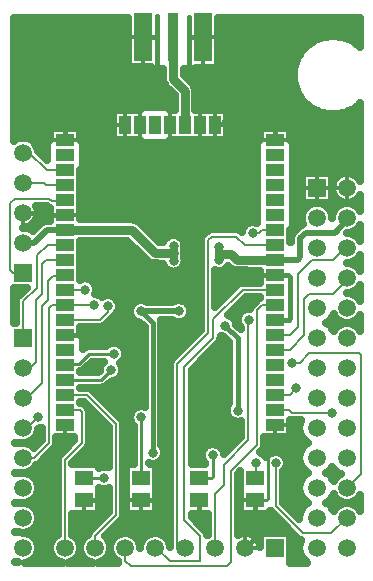
<source format=gbr>
G04 DipTrace 3.0.0.1*
G04 Top.gbr*
%MOIN*%
G04 #@! TF.FileFunction,Copper,L1,Top*
G04 #@! TF.Part,Single*
G04 #@! TA.AperFunction,Conductor*
%ADD10C,0.01*%
%ADD14C,0.007*%
%ADD15C,0.015*%
%ADD17C,0.029528*%
%ADD18C,0.02*%
G04 #@! TA.AperFunction,CopperBalancing*
%ADD19C,0.025*%
G04 #@! TA.AperFunction,Conductor*
%ADD20C,0.03*%
G04 #@! TA.AperFunction,CopperBalancing*
%ADD21C,0.012992*%
%ADD22R,0.059843X0.159843*%
%ADD23R,0.033465X0.159843*%
%ADD25R,0.059055X0.051181*%
G04 #@! TA.AperFunction,ComponentPad*
%ADD26R,0.059055X0.059055*%
%ADD27C,0.059055*%
%ADD30R,0.06X0.039764*%
%ADD31R,0.039764X0.06*%
G04 #@! TA.AperFunction,ViaPad*
%ADD32C,0.031496*%
%FSLAX26Y26*%
G04*
G70*
G90*
G75*
G01*
G04 Top*
%LPD*%
X1354725Y1091732D2*
D14*
X1379528D1*
X1411811Y1124016D1*
X1578347D1*
X1584646Y1117717D1*
Y723221D1*
X1537126Y675701D1*
X1300000Y759055D2*
Y615355D1*
X1391732Y523622D1*
X1485047D1*
X1537126Y575701D1*
X1231890Y634646D2*
D15*
Y510047D1*
X1197449Y475607D1*
X456764Y1593496D2*
X529732D1*
X537795Y1585433D1*
X596740D1*
X597008Y1585701D1*
X661811Y634646D2*
X718504D1*
X909449D2*
X850788D1*
X1042937Y634701D2*
Y582654D1*
X1056693Y568898D1*
X597008Y885701D2*
D10*
Y858504D1*
X619685Y835827D1*
X661418Y560236D2*
Y634252D1*
X661811Y634646D1*
X1297008Y885701D2*
Y826536D1*
X1272441Y801969D1*
Y638583D1*
X1268110Y634252D1*
X1232284D1*
X1231890Y634646D1*
X898819Y2047244D2*
D15*
Y2079528D1*
X904331Y2085040D1*
Y2177565D1*
Y2247638D1*
X1056299Y2048294D2*
X1024935D1*
X1010236Y2062992D1*
Y2177171D1*
Y2245670D1*
X1297008Y1835701D2*
Y1885276D1*
X1292061Y1890223D1*
X597008Y1835701D2*
Y1875696D1*
X583858Y1888845D1*
X662467Y1811942D2*
X740289D1*
X741208Y1811024D1*
X583858Y1888845D2*
X660630D1*
X662599Y1890814D1*
Y1812074D1*
X662467Y1811942D1*
Y1740026D1*
X669292Y1733202D1*
X1297008Y1235701D2*
X1343181D1*
X1348425Y1240945D1*
Y1379134D1*
X1341732Y1385827D1*
X1297134D1*
X1297008Y1385701D1*
X1117984D1*
X597008Y1185701D2*
X761685D1*
X790158Y1214173D1*
Y1314567D1*
X813780Y1338189D1*
X857769Y2177565D2*
X904331D1*
X1057376Y2177171D2*
X1010236D1*
X997008Y1885701D2*
D17*
Y1999344D1*
X957769Y2038583D1*
Y2177171D1*
X1537126Y1575701D2*
D18*
Y1567441D1*
X1496063Y1526378D1*
X1399607D1*
X1381890Y1508662D1*
Y1444095D1*
X1373229Y1435433D1*
X1297276D1*
X1297008Y1435701D1*
X456764Y1493496D2*
X493496D1*
X536221Y1536221D1*
X596488D1*
X597008Y1535701D1*
X958662Y1433465D2*
D19*
Y1459055D1*
Y1482284D1*
X1109843Y1479528D2*
Y1455512D1*
Y1435701D1*
X1297008D2*
D20*
X1170992D1*
X1151181Y1455512D1*
X1109843D1*
Y1479528D2*
D3*
X597008Y1535701D2*
X819024D1*
X895670Y1459055D1*
X958662D1*
X456764Y1393496D2*
D14*
X423040D1*
X413386Y1403150D1*
Y1624803D1*
X428740Y1640158D1*
X544488D1*
X552362Y1632284D1*
X593591D1*
X597008Y1635701D1*
X456764Y1693496D2*
X527370D1*
X535040Y1685827D1*
X596882D1*
X597008Y1685701D1*
X456764Y1793496D2*
X477764D1*
X535433Y1735827D1*
X596882D1*
X597008Y1735701D1*
X457349Y1175722D2*
Y1297113D1*
X503544Y1343307D1*
Y1450788D1*
X538977Y1486221D1*
X596488D1*
X597008Y1485701D1*
X457349Y1075722D2*
X481628D1*
X501181Y1095276D1*
Y1303150D1*
X520079Y1322047D1*
Y1421260D1*
X534252Y1435433D1*
X596740D1*
X597008Y1435701D1*
X457349Y975722D2*
X470210D1*
X520079Y1025591D1*
Y1283071D1*
X540158Y1303150D1*
Y1366929D1*
X556693Y1383465D1*
X594772D1*
X597008Y1385701D1*
X457349Y875722D2*
X470604D1*
X505512Y910630D1*
X663780Y1336614D2*
X597921D1*
X597008Y1335701D1*
X457349Y775722D2*
X495013D1*
X543701Y824410D1*
Y1275984D1*
X553150Y1285433D1*
X596740D1*
X597008Y1285701D1*
X694095Y1283858D2*
X598851D1*
X597008Y1285701D1*
X739764Y1280709D2*
Y1262205D1*
X713386Y1235827D1*
X597134D1*
X597008Y1235701D1*
X759843Y1122441D2*
D10*
X676378D1*
X642914Y1088977D1*
X600284D1*
X597008Y1085701D1*
Y1035701D2*
X718378D1*
X750000Y1067323D1*
X597449Y475607D2*
D14*
Y769103D1*
X652362Y824016D1*
Y929528D1*
X646457Y935433D1*
X597276D1*
X597008Y935701D1*
X697449Y475607D2*
Y515559D1*
X766536Y584646D1*
Y888977D1*
X670473Y985040D1*
X597670D1*
X597008Y985701D1*
X797449Y475607D2*
Y433260D1*
X815748Y414961D1*
X1135433D1*
X1148819Y428347D1*
Y731890D1*
X1237008Y820079D1*
Y1267323D1*
X1255118Y1285433D1*
X1296740D1*
X1297008Y1285701D1*
X897449Y475607D2*
X901559D1*
X946457Y430709D1*
X1045670D1*
Y516929D1*
X994882Y567717D1*
Y1079921D1*
X1091339Y1176378D1*
Y1238189D1*
X1189370Y1336221D1*
X1296488D1*
X1297008Y1335701D1*
X997449Y475607D2*
X971260D1*
Y1088189D1*
X1073622Y1190551D1*
Y1500788D1*
X1086221Y1513386D1*
X1168110D1*
X1195276Y1486221D1*
X1296488D1*
X1297008Y1485701D1*
X1097449Y475607D2*
Y655717D1*
X1125591Y683858D1*
Y753150D1*
X1206693Y834252D1*
Y1233465D1*
X1209449Y1236221D1*
X1223229Y1524410D2*
X1242914D1*
X1253937Y1535433D1*
X1296740D1*
X1297008Y1535701D1*
X1234646Y759449D2*
Y712205D1*
X1231890Y709449D1*
X849827Y1264173D2*
D18*
X976772D1*
X890158Y792914D2*
D15*
Y1223843D1*
X849827Y1264173D1*
X1172504Y933528D2*
Y1174347D1*
X1129921Y1216929D1*
X727953Y709449D2*
D10*
X661811D1*
X1089764Y784189D2*
Y713780D1*
X1086221Y710236D1*
X1043670D1*
X1042937Y709504D1*
X850788Y709449D2*
Y910630D1*
X1368504Y1007481D2*
D14*
X1346851Y985827D1*
X1297134D1*
X1297008Y985701D1*
X1486614Y925591D2*
X1353937D1*
X1343307Y936221D1*
X1297528D1*
X1297008Y935701D1*
X1537126Y1475701D2*
X1531213D1*
X1489764Y1434252D1*
X1419685D1*
X1372835Y1387402D1*
Y1213386D1*
X1345276Y1185827D1*
X1297134D1*
X1297008Y1185701D1*
X1537126Y1375701D2*
Y1369803D1*
X1490158Y1322835D1*
X1411418D1*
X1393701Y1305118D1*
Y1183858D1*
X1345276Y1135433D1*
X1297276D1*
X1297008Y1135701D1*
D32*
X1354725Y1091732D3*
X1300000Y759055D3*
X718504Y634646D3*
X909449D3*
X1056693Y568898D3*
D3*
X619685Y835827D3*
X661418Y560236D3*
X1117984Y1385701D3*
D3*
X813780Y1338189D3*
X958662Y1433465D3*
X1109843Y1435701D3*
X505512Y910630D3*
X663780Y1336614D3*
X694095Y1283858D3*
X739764Y1280709D3*
X759843Y1122441D3*
X750000Y1067323D3*
X1209449Y1236221D3*
X1223229Y1524410D3*
X1234646Y759449D3*
X849827Y1264173D3*
X976772D3*
X890158Y792914D3*
X849827Y1264173D3*
X1172504Y933528D3*
X1129921Y1216929D3*
X727953Y709449D3*
X1089764Y784189D3*
X850788Y910630D3*
X1368504Y1007481D3*
X1486614Y925591D3*
X662730Y2205774D3*
X741470Y2204725D3*
X662599Y2126903D3*
X741339Y2125984D3*
X820079Y2048294D3*
X898819Y2047244D3*
X819948Y1969423D3*
X898688Y1968504D3*
X1056299Y2048294D3*
X1135040Y2047244D3*
X1056168Y1969423D3*
X1134908Y1968504D3*
X1135040Y2205774D3*
X1213780Y2204725D3*
X1134908Y2126903D3*
X1213649Y2125984D3*
X1135040Y1890683D3*
X1213780Y1889764D3*
X1213320Y1968963D3*
X1214239Y2047704D3*
X1292061Y1890223D3*
X1292979Y1968963D3*
X1292061Y2047704D3*
X1292979Y2126444D3*
X1371260Y2203806D3*
X1292520Y2204725D3*
X505118D3*
X583858Y2203675D3*
X504987Y2125853D3*
X583727Y2124935D3*
X505118Y2047244D3*
X583858Y2046194D3*
X504987Y1968373D3*
X583727Y1967454D3*
X583858Y1888845D3*
X505118Y1889764D3*
X958662Y1482284D3*
X1109843Y1479528D3*
X662730Y2048294D3*
X741470Y2047244D3*
X662599Y1969423D3*
X741339Y1968504D3*
X669292Y1733202D3*
X748032Y1732284D3*
X662599Y1890814D3*
X741339Y1889764D3*
X662467Y1811942D3*
X741208Y1811024D3*
X820210Y1811155D3*
X898950Y1810105D3*
X820079Y1732284D3*
X898819Y1731365D3*
X977691Y1812074D3*
X1056431Y1811024D3*
X977559Y1733202D3*
X1056299Y1732284D3*
X1135171Y1811155D3*
X1213911Y1810105D3*
X1135040Y1732284D3*
X1213780Y1731365D3*
X428726Y2218222D2*
D19*
X804828D1*
X1110318D2*
X1579194D1*
X428726Y2193353D2*
X804828D1*
X1110318D2*
X1579194D1*
X428726Y2168484D2*
X804828D1*
X1110318D2*
X1430610D1*
X1550894D2*
X1579194D1*
X428726Y2143616D2*
X804828D1*
X1110318D2*
X1395844D1*
X428726Y2118747D2*
X804828D1*
X1110318D2*
X1376362D1*
X428726Y2093878D2*
X804828D1*
X1110318D2*
X1364692D1*
X428726Y2069009D2*
X921088D1*
X994448D2*
X1358735D1*
X428726Y2044141D2*
X921088D1*
X1003042D2*
X1357710D1*
X428726Y2019272D2*
X927095D1*
X1027260D2*
X1361470D1*
X428726Y1994403D2*
X951118D1*
X1033658D2*
X1370454D1*
X428726Y1969534D2*
X960347D1*
X1033658D2*
X1386128D1*
X428726Y1944666D2*
X845160D1*
X948891D2*
X960356D1*
X1033658D2*
X1412398D1*
X1569155D2*
X1579183D1*
X428726Y1919797D2*
X754146D1*
X1139907D2*
X1579194D1*
X428726Y1894928D2*
X754146D1*
X1139907D2*
X1579194D1*
X428726Y1870059D2*
X543990D1*
X650015D2*
X754146D1*
X1139907D2*
X1243990D1*
X1350015D2*
X1579194D1*
X428726Y1845191D2*
X543990D1*
X650015D2*
X754146D1*
X1139907D2*
X1243990D1*
X1350015D2*
X1579194D1*
X501479Y1820322D2*
X535004D1*
X658999D2*
X1235004D1*
X1358999D2*
X1579194D1*
X512271Y1795453D2*
X535004D1*
X658999D2*
X1235004D1*
X1358999D2*
X1579194D1*
X658999Y1770584D2*
X1235004D1*
X1358999D2*
X1579194D1*
X658999Y1745715D2*
X1235004D1*
X1358999D2*
X1579194D1*
X650015Y1720847D2*
X1235004D1*
X1358999D2*
X1384614D1*
X1489663D2*
X1513080D1*
X1561196D2*
X1579194D1*
X650015Y1695978D2*
X1235004D1*
X1358999D2*
X1384614D1*
X650015Y1671109D2*
X1235004D1*
X1358999D2*
X1384614D1*
X650015Y1646240D2*
X1235004D1*
X1358999D2*
X1384614D1*
X650015Y1621372D2*
X1235004D1*
X1358999D2*
X1414204D1*
X1460024D2*
X1514204D1*
X1560024D2*
X1579194D1*
X509194Y1596503D2*
X543990D1*
X650015D2*
X1235004D1*
X1358999D2*
X1389107D1*
X504263Y1571634D2*
X543990D1*
X650015D2*
X1235004D1*
X1358999D2*
X1384760D1*
X477114Y1546765D2*
X501118D1*
X860659D2*
X1190815D1*
X1358999D2*
X1374360D1*
X885512Y1521897D2*
X1058295D1*
X1558852D2*
X1579194D1*
X650015Y1497028D2*
X804975D1*
X910415D2*
X923023D1*
X994252D2*
X1047114D1*
X650015Y1472159D2*
X829878D1*
X995962D2*
X1047114D1*
X650015Y1447290D2*
X854731D1*
X995864D2*
X1047114D1*
X650015Y1422421D2*
X920454D1*
X996840D2*
X1047114D1*
X1557534D2*
X1579194D1*
X650015Y1397553D2*
X945844D1*
X971450D2*
X1047114D1*
X1100112D2*
X1243990D1*
X675977Y1372684D2*
X1047114D1*
X1100112D2*
X1243990D1*
X701919Y1347815D2*
X1047114D1*
X1100112D2*
X1164546D1*
X428726Y1322946D2*
X446701D1*
X701040D2*
X1047114D1*
X1100112D2*
X1139643D1*
X1556070D2*
X1579194D1*
X775356Y1298078D2*
X831635D1*
X868032D2*
X958588D1*
X994986D2*
X1047114D1*
X1100112D2*
X1114790D1*
X1187660D2*
X1231343D1*
X778872Y1273209D2*
X811079D1*
X1015542D2*
X1047114D1*
X1162807D2*
X1201704D1*
X761831Y1248340D2*
X813471D1*
X1013100D2*
X1047114D1*
X1152651D2*
X1171626D1*
X737466Y1223471D2*
X848432D1*
X920668D2*
X1047114D1*
X1474282D2*
X1519771D1*
X1554507D2*
X1579194D1*
X650015Y1198603D2*
X859663D1*
X920668D2*
X1045210D1*
X658999Y1173734D2*
X859663D1*
X920668D2*
X1020356D1*
X1117691D2*
X1131012D1*
X658999Y1148865D2*
X730952D1*
X788735D2*
X859663D1*
X920668D2*
X995503D1*
X1100259D2*
X1141987D1*
X799672Y1123996D2*
X859663D1*
X920668D2*
X970650D1*
X1075406D2*
X1141987D1*
X791519Y1099128D2*
X859663D1*
X920668D2*
X947407D1*
X1050551D2*
X1141987D1*
X666763Y1074259D2*
X710786D1*
X789223D2*
X859663D1*
X920668D2*
X944771D1*
X1025650D2*
X1141987D1*
X785268Y1049390D2*
X859663D1*
X920668D2*
X944771D1*
X1021402D2*
X1141987D1*
X745767Y1024521D2*
X859663D1*
X920668D2*
X944771D1*
X1021402D2*
X1141987D1*
X692299Y999652D2*
X859663D1*
X920668D2*
X944771D1*
X1021402D2*
X1141987D1*
X717154Y974784D2*
X859663D1*
X920668D2*
X944771D1*
X1021402D2*
X1141987D1*
X742055Y949915D2*
X859663D1*
X920668D2*
X944771D1*
X1021402D2*
X1136420D1*
X678872Y925046D2*
X693998D1*
X766910D2*
X813814D1*
X920668D2*
X944771D1*
X1021402D2*
X1133638D1*
X678872Y900177D2*
X718891D1*
X790248D2*
X812398D1*
X920668D2*
X944771D1*
X1021402D2*
X1153168D1*
X1350015D2*
X1380952D1*
X678872Y875309D2*
X740034D1*
X793032D2*
X822798D1*
X920668D2*
X944771D1*
X1021402D2*
X1180171D1*
X1350015D2*
X1375630D1*
X503042Y850440D2*
X517183D1*
X678872D2*
X740034D1*
X793032D2*
X822798D1*
X920668D2*
X944771D1*
X1021402D2*
X1180171D1*
X1350015D2*
X1381294D1*
X428726Y825571D2*
X508442D1*
X570180D2*
X617475D1*
X678872D2*
X740034D1*
X793032D2*
X822798D1*
X920668D2*
X944771D1*
X1021402D2*
X1161567D1*
X1263491D2*
X1403071D1*
X556411Y800702D2*
X592622D1*
X665492D2*
X740034D1*
X793032D2*
X822798D1*
X929214D2*
X944731D1*
X1021402D2*
X1053755D1*
X1125795D2*
X1136714D1*
X1254067D2*
X1381196D1*
X531558Y775834D2*
X571919D1*
X640639D2*
X740034D1*
X793032D2*
X822798D1*
X925894D2*
X944771D1*
X1021402D2*
X1050874D1*
X1335903D2*
X1375630D1*
X503335Y750965D2*
X570942D1*
X714322D2*
X740034D1*
X903335D2*
X944771D1*
X1338979D2*
X1381050D1*
X428726Y726096D2*
X448554D1*
X466176D2*
X570942D1*
X903335D2*
X944771D1*
X1326479D2*
X1402680D1*
X1471596D2*
X1502680D1*
X502895Y701227D2*
X570942D1*
X903335D2*
X944771D1*
X1326479D2*
X1381440D1*
X509878Y676358D2*
X570942D1*
X903335D2*
X944771D1*
X1326479D2*
X1375630D1*
X503628Y651490D2*
X570942D1*
X714322D2*
X740034D1*
X903335D2*
X944771D1*
X1326479D2*
X1380806D1*
X428726Y626621D2*
X445238D1*
X469448D2*
X570942D1*
X714322D2*
X740034D1*
X903335D2*
X944771D1*
X1326479D2*
X1401851D1*
X1472378D2*
X1524946D1*
X1549293D2*
X1579194D1*
X502554Y601752D2*
X570942D1*
X714322D2*
X740034D1*
X903335D2*
X944771D1*
X1350063D2*
X1381684D1*
X509878Y576883D2*
X570942D1*
X623940D2*
X722310D1*
X791763D2*
X944771D1*
X1022134D2*
X1070942D1*
X1175307D2*
X1302046D1*
X503920Y552015D2*
X570942D1*
X623940D2*
X697456D1*
X770327D2*
X944771D1*
X1047036D2*
X1070942D1*
X1175307D2*
X1326899D1*
X428726Y527146D2*
X442897D1*
X471792D2*
X570942D1*
X623940D2*
X673920D1*
X745474D2*
X944771D1*
X1175307D2*
X1351752D1*
X502260Y502277D2*
X552631D1*
X642251D2*
X652641D1*
X742251D2*
X752641D1*
X842251D2*
X852641D1*
X1349966D2*
X1378267D1*
X509828Y477408D2*
X544966D1*
X1349966D2*
X1375630D1*
X504164Y452540D2*
X550580D1*
X1349966D2*
X1380366D1*
X428726Y427671D2*
X440945D1*
X473794D2*
X580610D1*
X614272D2*
X680610D1*
X714272D2*
X771626D1*
X1349966D2*
X1400336D1*
X882927Y2077143D2*
X807348D1*
Y2243091D1*
X426156D1*
X426201Y1833082D1*
X434051Y1838071D1*
X441305Y1841075D1*
X448939Y1842908D1*
X456764Y1843524D1*
X464589Y1842908D1*
X472223Y1841075D1*
X479477Y1838071D1*
X486170Y1833970D1*
X492139Y1828872D1*
X497238Y1822902D1*
X501339Y1816209D1*
X504343Y1808956D1*
X506176Y1801322D1*
X506484Y1798717D1*
X537513Y1767688D1*
X537524Y1835067D1*
X546508Y1835319D1*
Y1876083D1*
X647508D1*
Y1835058D1*
X656492Y1835067D1*
Y1736335D1*
X647557D1*
X647508Y1571248D1*
X821809Y1571092D1*
X827311Y1570221D1*
X832609Y1568499D1*
X837572Y1565970D1*
X842079Y1562696D1*
X910383Y1494546D1*
X924526Y1494555D1*
X927755Y1501223D1*
X931099Y1505824D1*
X935121Y1509847D1*
X939722Y1513191D1*
X944790Y1515772D1*
X950200Y1517530D1*
X955818Y1518420D1*
X961505D1*
X967124Y1517530D1*
X972533Y1515772D1*
X977601Y1513191D1*
X982202Y1509847D1*
X986225Y1505824D1*
X989568Y1501223D1*
X992150Y1496155D1*
X993908Y1490746D1*
X994798Y1485128D1*
Y1479440D1*
X993908Y1473822D1*
X992570Y1469549D1*
X994053Y1461840D1*
Y1456271D1*
X992664Y1448935D1*
X994987Y1442185D1*
X995904Y1436395D1*
Y1430534D1*
X994987Y1424744D1*
X993176Y1419168D1*
X990515Y1413945D1*
X987068Y1409202D1*
X982924Y1405058D1*
X978181Y1401612D1*
X972958Y1398950D1*
X967382Y1397139D1*
X961592Y1396222D1*
X955731D1*
X949941Y1397139D1*
X944365Y1398950D1*
X939142Y1401612D1*
X934399Y1405058D1*
X930255Y1409202D1*
X926809Y1413945D1*
X924147Y1419168D1*
X922668Y1423563D1*
X892885Y1423664D1*
X887382Y1424536D1*
X882084Y1426257D1*
X877121Y1428786D1*
X872614Y1432061D1*
X804310Y1500210D1*
X647491Y1500201D1*
X647508Y1370272D1*
X655059Y1372940D1*
X660849Y1373857D1*
X666710D1*
X672500Y1372940D1*
X678076Y1371129D1*
X683299Y1368467D1*
X688042Y1365021D1*
X692187Y1360877D1*
X695633Y1356134D1*
X698294Y1350911D1*
X700105Y1345335D1*
X701023Y1339545D1*
Y1333684D1*
X700105Y1327894D1*
X697704Y1321038D1*
X705639Y1319389D1*
X711055Y1317145D1*
X716053Y1314082D1*
X718937Y1311730D1*
X725467Y1315223D1*
X731044Y1317034D1*
X736834Y1317952D1*
X742694D1*
X748484Y1317034D1*
X754061Y1315223D1*
X759284Y1312562D1*
X764026Y1309116D1*
X768171Y1304971D1*
X771617Y1300229D1*
X774278Y1295005D1*
X776089Y1289429D1*
X777007Y1283639D1*
Y1277778D1*
X776089Y1271988D1*
X774278Y1266412D1*
X771617Y1261189D1*
X768171Y1256446D1*
X764026Y1252302D1*
X760036Y1249358D1*
X756735Y1245234D1*
X727492Y1216411D1*
X722571Y1213654D1*
X717141Y1212122D1*
X700886Y1211827D1*
X647517D1*
X647508Y1185057D1*
X656492Y1185067D1*
Y1138631D1*
X661390Y1143071D1*
X666620Y1146000D1*
X672389Y1147628D1*
X676378Y1147941D1*
X732579D1*
X737885Y1152664D1*
X742882Y1155727D1*
X748298Y1157971D1*
X753999Y1159340D1*
X759843Y1159799D1*
X765687Y1159340D1*
X771387Y1157971D1*
X776803Y1155727D1*
X781801Y1152664D1*
X786259Y1148857D1*
X790066Y1144399D1*
X793129Y1139402D1*
X795373Y1133986D1*
X796742Y1128285D1*
X797201Y1122441D1*
X796742Y1116597D1*
X795373Y1110897D1*
X793129Y1105481D1*
X790066Y1100483D1*
X786259Y1096025D1*
X781801Y1092218D1*
X779272Y1090537D1*
X783286Y1084284D1*
X785530Y1078868D1*
X786899Y1073167D1*
X787358Y1067323D1*
X786899Y1061479D1*
X785530Y1055778D1*
X783286Y1050362D1*
X780223Y1045365D1*
X776416Y1040907D1*
X771958Y1037100D1*
X766961Y1034037D1*
X761545Y1031793D1*
X755844Y1030424D1*
X748752Y1030013D1*
X733366Y1015071D1*
X728137Y1012142D1*
X722368Y1010515D1*
X718378Y1010201D1*
X647529D1*
X647670Y1009040D1*
X674227Y1008744D1*
X679658Y1007213D1*
X684579Y1004456D1*
X696282Y993171D1*
X785952Y903083D1*
X788709Y898162D1*
X790240Y892731D1*
X790536Y876477D1*
X790240Y580891D1*
X788709Y575461D1*
X785952Y570540D1*
X774667Y558836D1*
X729679Y513848D1*
X735490Y508097D1*
X740104Y501746D1*
X743668Y494751D1*
X746095Y487285D1*
X747322Y479532D1*
X747433Y476696D1*
X748037Y483432D1*
X749870Y491066D1*
X752874Y498319D1*
X756975Y505012D1*
X762074Y510982D1*
X768044Y516080D1*
X774736Y520181D1*
X781990Y523185D1*
X789624Y525019D1*
X797449Y525634D1*
X805274Y525019D1*
X812908Y523185D1*
X820162Y520181D1*
X826855Y516080D1*
X832824Y510982D1*
X837923Y505012D1*
X842024Y498319D1*
X845028Y491066D1*
X846861Y483432D1*
X847433Y476696D1*
X848037Y483432D1*
X849870Y491066D1*
X852874Y498319D1*
X856975Y505012D1*
X862074Y510982D1*
X868044Y516080D1*
X874736Y520181D1*
X881990Y523185D1*
X889624Y525019D1*
X897449Y525634D1*
X905274Y525019D1*
X912908Y523185D1*
X920162Y520181D1*
X926855Y516080D1*
X932824Y510982D1*
X937923Y505012D1*
X942024Y498319D1*
X945028Y491066D1*
X946861Y483432D1*
X947259Y480065D1*
X947555Y1091944D1*
X949087Y1097374D1*
X951844Y1102295D1*
X963129Y1113999D1*
X1049618Y1200488D1*
X1049918Y1504542D1*
X1051449Y1509973D1*
X1054206Y1514894D1*
X1065050Y1526158D1*
X1072114Y1532802D1*
X1077036Y1535559D1*
X1082466Y1537091D1*
X1098721Y1537386D1*
X1171865Y1537091D1*
X1177295Y1535559D1*
X1182217Y1532802D1*
X1186151Y1529286D1*
X1187698Y1535954D1*
X1189942Y1541370D1*
X1193005Y1546368D1*
X1196813Y1550826D1*
X1201271Y1554633D1*
X1206268Y1557696D1*
X1211684Y1559940D1*
X1217385Y1561309D1*
X1223229Y1561768D1*
X1229072Y1561309D1*
X1234773Y1559940D1*
X1237515Y1558928D1*
X1237572Y1735067D1*
X1237524Y1835067D1*
X1246508Y1835319D1*
Y1876083D1*
X1347508D1*
Y1835057D1*
X1356492Y1835067D1*
Y1586335D1*
Y1536335D1*
X1347557D1*
X1347460Y1495319D1*
X1351390Y1494095D1*
X1351484Y1511054D1*
X1352882Y1518087D1*
X1355885Y1524597D1*
X1360323Y1530229D1*
X1379798Y1549571D1*
X1385760Y1553554D1*
X1390191Y1555389D1*
X1390907Y1556557D1*
X1388481Y1564023D1*
X1387253Y1571776D1*
Y1579626D1*
X1388481Y1587379D1*
X1390907Y1594845D1*
X1394471Y1601840D1*
X1399086Y1608192D1*
X1404635Y1613742D1*
X1410987Y1618356D1*
X1417982Y1621920D1*
X1425448Y1624347D1*
X1433201Y1625574D1*
X1432154Y1625673D1*
X1387099D1*
Y1725729D1*
X1487154D1*
X1487382Y1681025D1*
X1488736Y1688394D1*
X1491175Y1695479D1*
X1494643Y1702121D1*
X1499066Y1708170D1*
X1504343Y1713490D1*
X1510355Y1717962D1*
X1516966Y1721487D1*
X1524032Y1723984D1*
X1531390Y1725399D1*
X1538877Y1725698D1*
X1546324Y1724876D1*
X1553566Y1722950D1*
X1560439Y1719965D1*
X1566788Y1715987D1*
X1572473Y1711105D1*
X1577364Y1705428D1*
X1581670Y1698446D1*
X1581673Y1957206D1*
X1575673Y1951718D1*
X1567612Y1945362D1*
X1559076Y1939659D1*
X1550120Y1934642D1*
X1540797Y1930345D1*
X1531166Y1926792D1*
X1521285Y1924005D1*
X1511217Y1922003D1*
X1501021Y1920795D1*
X1490764Y1920393D1*
X1480507Y1920795D1*
X1470311Y1922003D1*
X1460243Y1924005D1*
X1450362Y1926792D1*
X1440731Y1930345D1*
X1431408Y1934642D1*
X1422452Y1939659D1*
X1413916Y1945362D1*
X1405855Y1951718D1*
X1398315Y1958685D1*
X1391348Y1966225D1*
X1384992Y1974286D1*
X1379289Y1982822D1*
X1374272Y1991778D1*
X1369975Y2001101D1*
X1366421Y2010732D1*
X1363635Y2020613D1*
X1361633Y2030681D1*
X1360425Y2040877D1*
X1360023Y2051134D1*
X1360425Y2061391D1*
X1361633Y2071587D1*
X1363635Y2081655D1*
X1366421Y2091536D1*
X1369975Y2101167D1*
X1374272Y2110490D1*
X1379289Y2119446D1*
X1384992Y2127982D1*
X1391348Y2136044D1*
X1398315Y2143583D1*
X1405855Y2150550D1*
X1413916Y2156906D1*
X1422452Y2162609D1*
X1431408Y2167626D1*
X1440731Y2171923D1*
X1450362Y2175477D1*
X1460243Y2178263D1*
X1470311Y2180265D1*
X1480507Y2181473D1*
X1490764Y2181876D1*
X1501021Y2181473D1*
X1511217Y2180265D1*
X1521285Y2178263D1*
X1531166Y2175477D1*
X1540797Y2171923D1*
X1550120Y2167626D1*
X1559076Y2162609D1*
X1567612Y2156906D1*
X1575673Y2150550D1*
X1581651Y2145025D1*
X1581673Y2243046D1*
X1107797Y2243091D1*
Y2076750D1*
X1032416D1*
X1032421Y2072697D1*
X991942D1*
X991939Y2052708D1*
X1022991Y2021536D1*
X1026142Y2017197D1*
X1028576Y2012420D1*
X1030234Y2007320D1*
X1031072Y2002025D1*
X1031177Y1936209D1*
X1137390Y1936201D1*
Y1835201D1*
X1006626D1*
Y1836305D1*
X987390Y1836201D1*
Y1835201D1*
X946365D1*
X946374Y1826217D1*
X847642D1*
X847390Y1835201D1*
X756626D1*
Y1936201D1*
X847652D1*
X847642Y1945185D1*
X946374D1*
X946626Y1936201D1*
X962847D1*
X962839Y1985164D1*
X931786Y2016391D1*
X928635Y2020730D1*
X926201Y2025507D1*
X924544Y2030607D1*
X923705Y2035902D1*
X923600Y2073495D1*
X882933Y2073484D1*
Y2077147D1*
X1281918Y599574D2*
Y588555D1*
X1181862D1*
Y730986D1*
X1172843Y721973D1*
X1172822Y519152D1*
X1179601Y522343D1*
X1186782Y524483D1*
X1194202Y525529D1*
X1201694Y525453D1*
X1209092Y524260D1*
X1216229Y521975D1*
X1222942Y518651D1*
X1229086Y514360D1*
X1234520Y509201D1*
X1239121Y503286D1*
X1242788Y496752D1*
X1245437Y489744D1*
X1247011Y482418D1*
X1247421Y477780D1*
Y525634D1*
X1347477D1*
Y426171D1*
X1404961Y426201D1*
X1398801Y430828D1*
X1392253Y437376D1*
X1386810Y444868D1*
X1382607Y453118D1*
X1379744Y461925D1*
X1378297Y471071D1*
Y480331D1*
X1379744Y489477D1*
X1382607Y498284D1*
X1383841Y500963D1*
X1379193Y503159D1*
X1374761Y506651D1*
X1283025Y598390D1*
X1073444Y588610D2*
X1018873D1*
X1018882Y577681D1*
X1063919Y532516D1*
X1067054Y527826D1*
X1069007Y522532D1*
X1069596Y518805D1*
X1071310Y518261D1*
X1073439Y519454D1*
X1069374Y520684D1*
X1069596Y518813D1*
X1073449Y519503D1*
Y588643D1*
X1018837Y755595D2*
X1064248D1*
X1063348Y757773D1*
X1059541Y762231D1*
X1056478Y767229D1*
X1054234Y772645D1*
X1052865Y778345D1*
X1052406Y784189D1*
X1052865Y790033D1*
X1054234Y795734D1*
X1056478Y801150D1*
X1059541Y806147D1*
X1063348Y810605D1*
X1067806Y814412D1*
X1072803Y817475D1*
X1078219Y819719D1*
X1083920Y821088D1*
X1089764Y821547D1*
X1095608Y821088D1*
X1101309Y819719D1*
X1106725Y817475D1*
X1111722Y814412D1*
X1116180Y810605D1*
X1119987Y806147D1*
X1123050Y801150D1*
X1125294Y795734D1*
X1126860Y788361D1*
X1182680Y844180D1*
X1182693Y897583D1*
X1175435Y896285D1*
X1169574D1*
X1163784Y897202D1*
X1158208Y899013D1*
X1152984Y901675D1*
X1148242Y905121D1*
X1144097Y909265D1*
X1140651Y914008D1*
X1137990Y919231D1*
X1136179Y924807D1*
X1135261Y930597D1*
Y936458D1*
X1136179Y942248D1*
X1137990Y947824D1*
X1140651Y953047D1*
X1144509Y958236D1*
X1144504Y1162776D1*
X1127604Y1179649D1*
X1121201Y1180604D1*
X1115344Y1182545D1*
X1115044Y1172624D1*
X1113512Y1167193D1*
X1110755Y1162272D1*
X1099470Y1150568D1*
X1018881Y1069979D1*
X1018882Y755557D1*
X900815Y663364D2*
Y588555D1*
X800760D1*
Y755540D1*
X825320D1*
X825288Y883326D1*
X820565Y888672D1*
X817502Y893670D1*
X815257Y899086D1*
X813889Y904786D1*
X813429Y910630D1*
X813889Y916474D1*
X815257Y922175D1*
X817502Y927591D1*
X820565Y932588D1*
X824372Y937046D1*
X828830Y940853D1*
X833827Y943916D1*
X839243Y946160D1*
X844944Y947529D1*
X850788Y947988D1*
X856631Y947529D1*
X862167Y946206D1*
X862158Y1212201D1*
X847537Y1226866D1*
X841107Y1227848D1*
X835530Y1229659D1*
X830307Y1232320D1*
X825565Y1235767D1*
X821420Y1239911D1*
X817974Y1244654D1*
X815313Y1249877D1*
X813502Y1255453D1*
X812584Y1261243D1*
Y1267104D1*
X813502Y1272894D1*
X815313Y1278470D1*
X817974Y1283693D1*
X821420Y1288436D1*
X825565Y1292580D1*
X830307Y1296026D1*
X835530Y1298688D1*
X841107Y1300499D1*
X846897Y1301416D1*
X852757D1*
X858547Y1300499D1*
X864124Y1298688D1*
X869347Y1296026D1*
X871376Y1294671D1*
X955247Y1294673D1*
X959811Y1297460D1*
X965227Y1299704D1*
X970928Y1301072D1*
X976772Y1301532D1*
X982616Y1301072D1*
X988316Y1299704D1*
X993732Y1297460D1*
X998730Y1294397D1*
X1003188Y1290589D1*
X1006995Y1286131D1*
X1010058Y1281134D1*
X1012302Y1275718D1*
X1013671Y1270017D1*
X1014130Y1264173D1*
X1013671Y1258330D1*
X1012302Y1252629D1*
X1010058Y1247213D1*
X1006995Y1242215D1*
X1003188Y1237757D1*
X998730Y1233950D1*
X993732Y1230887D1*
X988316Y1228643D1*
X982616Y1227274D1*
X976772Y1226815D1*
X970928Y1227274D1*
X965227Y1228643D1*
X959811Y1230887D1*
X955223Y1233676D1*
X916372Y1233673D1*
X917813Y1228223D1*
X918158Y1223843D1*
Y817642D1*
X922011Y812433D1*
X924672Y807210D1*
X926483Y801634D1*
X927400Y795844D1*
Y789983D1*
X926483Y784193D1*
X924672Y778617D1*
X922011Y773394D1*
X918565Y768651D1*
X914420Y764507D1*
X909677Y761061D1*
X904454Y758399D1*
X898878Y756588D1*
X893088Y755671D1*
X887227D1*
X881437Y756588D1*
X876281Y758244D1*
X888260Y755540D1*
X900815D1*
X900767Y663358D1*
X711839Y663364D2*
Y588555D1*
X621458D1*
X621449Y519542D1*
X626855Y516080D1*
X632824Y510982D1*
X637923Y505012D1*
X642024Y498319D1*
X645028Y491066D1*
X646861Y483432D1*
X647433Y476696D1*
X648037Y483432D1*
X649870Y491066D1*
X652874Y498319D1*
X656975Y505012D1*
X662074Y510982D1*
X668044Y516080D1*
X673814Y519664D1*
X675276Y524744D1*
X678033Y529666D1*
X689318Y541369D1*
X742547Y594599D1*
X742536Y675026D1*
X736673Y673124D1*
X730883Y672206D1*
X725023D1*
X719232Y673124D1*
X711836Y675774D1*
X711790Y663358D1*
X621403Y755540D2*
X711839D1*
Y743185D1*
X719232Y745774D1*
X725023Y746692D1*
X730883D1*
X736673Y745774D1*
X742530Y743834D1*
X742536Y879030D1*
X660547Y961024D1*
X647474Y961040D1*
X648340Y959360D1*
X653873Y958259D1*
X658998Y955897D1*
X663428Y952404D1*
X671778Y943634D1*
X674536Y938713D1*
X676067Y933282D1*
X676362Y917028D1*
X676067Y820261D1*
X674536Y814831D1*
X671778Y809910D1*
X660494Y798206D1*
X621445Y759156D1*
X621449Y755578D1*
X426218Y1225750D2*
X433347D1*
X426201Y1230591D1*
Y1225757D1*
X433349Y1238222D1*
X433645Y1300868D1*
X435176Y1306298D1*
X437933Y1311219D1*
X449218Y1322923D1*
X469761Y1343466D1*
X426176Y1343469D1*
X426201Y1230591D1*
X507282Y873315D2*
X506761Y867897D1*
X504928Y860263D1*
X501924Y853009D1*
X497823Y846316D1*
X492725Y840347D1*
X486755Y835248D1*
X480062Y831147D1*
X472809Y828143D1*
X465175Y826310D1*
X458439Y825738D1*
X465175Y825134D1*
X472809Y823301D1*
X480062Y820297D1*
X486755Y816196D1*
X492725Y811097D1*
X494505Y809170D1*
X519717Y834366D1*
X519701Y876118D1*
X514232Y874305D1*
X507310Y873343D1*
X501736Y752675D2*
X497823Y746316D1*
X492725Y740347D1*
X486755Y735248D1*
X480062Y731147D1*
X472809Y728143D1*
X465175Y726310D1*
X458439Y725738D1*
X465175Y725134D1*
X472809Y723301D1*
X480062Y720297D1*
X486755Y716196D1*
X492725Y711097D1*
X497823Y705128D1*
X501924Y698435D1*
X504928Y691181D1*
X506761Y683547D1*
X507377Y675722D1*
X506761Y667897D1*
X504928Y660263D1*
X501924Y653009D1*
X497823Y646316D1*
X492725Y640347D1*
X486755Y635248D1*
X480062Y631147D1*
X472809Y628143D1*
X465175Y626310D1*
X458439Y625738D1*
X465175Y625134D1*
X472809Y623301D1*
X480062Y620297D1*
X486755Y616196D1*
X492725Y611097D1*
X497823Y605128D1*
X501924Y598435D1*
X504928Y591181D1*
X506761Y583547D1*
X507377Y575722D1*
X506761Y567897D1*
X504928Y560263D1*
X501924Y553009D1*
X497823Y546316D1*
X492725Y540347D1*
X486755Y535248D1*
X480062Y531147D1*
X472809Y528143D1*
X465175Y526310D1*
X458439Y525738D1*
X465175Y525134D1*
X472809Y523301D1*
X480062Y520297D1*
X486755Y516196D1*
X492725Y511097D1*
X497823Y505128D1*
X501924Y498435D1*
X504928Y491181D1*
X506761Y483547D1*
X507377Y475722D1*
X506761Y467897D1*
X504928Y460263D1*
X501924Y453009D1*
X497823Y446316D1*
X492725Y440347D1*
X486755Y435248D1*
X480062Y431147D1*
X472809Y428143D1*
X464246Y426201D1*
X589629D1*
X581990Y428028D1*
X574736Y431032D1*
X568044Y435133D1*
X562074Y440231D1*
X556975Y446201D1*
X552874Y452894D1*
X549870Y460147D1*
X548037Y467781D1*
X547421Y475607D1*
X548037Y483432D1*
X549870Y491066D1*
X552874Y498319D1*
X556975Y505012D1*
X562074Y510982D1*
X568044Y516080D1*
X573439Y519454D1*
X573523Y770986D1*
X574624Y776519D1*
X576986Y781642D1*
X580478Y786074D1*
X628366Y833962D1*
X628362Y845353D1*
X567694Y845319D1*
X567406Y820655D1*
X565874Y815225D1*
X563117Y810303D1*
X551832Y798600D1*
X509120Y756306D1*
X504198Y753549D1*
X502423Y752894D1*
X457853Y1543481D2*
X464589Y1542908D1*
X472223Y1541075D1*
X479477Y1538071D1*
X486170Y1533970D1*
X488785Y1531908D1*
X516412Y1559414D1*
X522374Y1563397D1*
X529100Y1565878D1*
X536221Y1566721D1*
X546524D1*
X546508Y1609040D1*
X541466Y1610899D1*
X536776Y1614034D1*
X535387Y1615319D1*
X531988Y1616158D1*
X501373D1*
X504752Y1607634D1*
X506326Y1600307D1*
X506792Y1593496D1*
X506230Y1586024D1*
X504559Y1578719D1*
X501816Y1571747D1*
X498063Y1565263D1*
X493382Y1559411D1*
X487881Y1554324D1*
X481681Y1550116D1*
X474923Y1546881D1*
X467756Y1544692D1*
X460344Y1543597D1*
X458286Y1543502D1*
X773492Y431729D2*
X768044Y435133D1*
X762074Y440231D1*
X756975Y446201D1*
X752874Y452894D1*
X749870Y460147D1*
X748037Y467781D1*
X747465Y474517D1*
X746861Y467781D1*
X745028Y460147D1*
X742024Y452894D1*
X737923Y446201D1*
X732824Y440231D1*
X726855Y435133D1*
X720162Y431032D1*
X712908Y428028D1*
X705320Y426204D1*
X774492Y426201D1*
X773523Y431385D1*
X689578Y426204D2*
X681990Y428028D1*
X674736Y431032D1*
X668044Y435133D1*
X662074Y440231D1*
X656975Y446201D1*
X652874Y452894D1*
X649870Y460147D1*
X648037Y467781D1*
X647465Y474517D1*
X646861Y467781D1*
X645028Y460147D1*
X642024Y452894D1*
X637923Y446201D1*
X632824Y440231D1*
X626855Y435133D1*
X620162Y431032D1*
X612908Y428028D1*
X605320Y426204D1*
X689629Y426201D1*
X1347508Y895311D2*
Y845319D1*
X1261015D1*
X1260713Y816324D1*
X1259181Y810894D1*
X1256424Y805973D1*
X1245935Y795063D1*
X1251607Y792735D1*
X1256604Y789672D1*
X1261062Y785865D1*
X1264869Y781407D1*
X1267412Y777339D1*
X1271593Y783318D1*
X1275738Y787462D1*
X1280481Y790908D1*
X1285704Y793570D1*
X1291280Y795381D1*
X1297070Y796298D1*
X1302931D1*
X1308721Y795381D1*
X1314297Y793570D1*
X1319520Y790908D1*
X1324263Y787462D1*
X1328407Y783318D1*
X1331853Y778575D1*
X1334515Y773352D1*
X1336326Y767776D1*
X1337243Y761986D1*
Y756125D1*
X1336326Y750335D1*
X1334515Y744759D1*
X1331853Y739536D1*
X1328407Y734793D1*
X1324002Y730442D1*
X1324000Y625315D1*
X1378297Y571071D1*
Y580331D1*
X1379744Y589477D1*
X1382607Y598284D1*
X1386810Y606534D1*
X1392253Y614026D1*
X1398801Y620574D1*
X1405795Y625685D1*
X1398801Y630828D1*
X1392253Y637376D1*
X1386810Y644868D1*
X1382607Y653118D1*
X1379744Y661925D1*
X1378297Y671071D1*
Y680331D1*
X1379744Y689477D1*
X1382607Y698284D1*
X1386810Y706534D1*
X1392253Y714026D1*
X1398801Y720574D1*
X1405795Y725685D1*
X1398801Y730828D1*
X1392253Y737376D1*
X1386810Y744868D1*
X1382607Y753118D1*
X1379744Y761925D1*
X1378297Y771071D1*
Y780331D1*
X1379744Y789477D1*
X1382607Y798284D1*
X1386810Y806534D1*
X1392253Y814026D1*
X1398801Y820574D1*
X1405795Y825685D1*
X1398801Y830828D1*
X1392253Y837376D1*
X1386810Y844868D1*
X1382607Y853118D1*
X1379744Y861925D1*
X1378297Y871071D1*
Y880331D1*
X1379744Y889477D1*
X1382607Y898284D1*
X1384130Y901588D1*
X1350183Y901886D1*
X1348327Y902256D1*
X1347508Y901083D1*
X1347460Y895319D1*
X1350183Y901886D1*
X1348335Y902253D1*
X1246508Y1360211D2*
Y1400192D1*
X1168208Y1400310D1*
X1162705Y1401181D1*
X1157407Y1402903D1*
X1152444Y1405432D1*
X1147937Y1408706D1*
X1141160Y1415328D1*
X1136259Y1409285D1*
X1131801Y1405478D1*
X1126803Y1402415D1*
X1121387Y1400171D1*
X1115687Y1398802D1*
X1109843Y1398343D1*
X1103999Y1398802D1*
X1097621Y1400421D1*
X1097622Y1278376D1*
X1173784Y1354470D1*
X1178474Y1357605D1*
X1183768Y1359558D1*
X1189370Y1360221D1*
X1246547D1*
X1487154Y1673355D2*
Y1625673D1*
X1441051Y1625574D1*
X1448805Y1624347D1*
X1456271Y1621920D1*
X1463265Y1618356D1*
X1469617Y1613742D1*
X1475167Y1608192D1*
X1479781Y1601840D1*
X1483345Y1594845D1*
X1485772Y1587379D1*
X1486999Y1579626D1*
X1487110Y1576790D1*
X1487714Y1583526D1*
X1489547Y1591160D1*
X1492551Y1598414D1*
X1496652Y1605107D1*
X1501751Y1611076D1*
X1507721Y1616175D1*
X1514414Y1620276D1*
X1521667Y1623280D1*
X1529301Y1625113D1*
X1536037Y1625685D1*
X1528256Y1626466D1*
X1521003Y1628343D1*
X1514110Y1631282D1*
X1507734Y1635218D1*
X1502017Y1640062D1*
X1497088Y1645706D1*
X1493058Y1652023D1*
X1490015Y1658870D1*
X1488029Y1666095D1*
X1487154Y1673408D1*
X1581675Y1652970D2*
X1576963Y1645440D1*
X1571996Y1639828D1*
X1566248Y1635023D1*
X1559845Y1631130D1*
X1552933Y1628236D1*
X1545667Y1626408D1*
X1538649Y1625706D1*
X1544952Y1625113D1*
X1552586Y1623280D1*
X1559839Y1620276D1*
X1566532Y1616175D1*
X1572502Y1611076D1*
X1577600Y1605107D1*
X1581679Y1598453D1*
X1581673Y1652910D1*
X1581679Y1552949D2*
X1577600Y1546295D1*
X1572502Y1540326D1*
X1566532Y1535227D1*
X1559839Y1531126D1*
X1552586Y1528122D1*
X1544952Y1526289D1*
X1538553Y1525730D1*
X1544952Y1525113D1*
X1552586Y1523280D1*
X1559839Y1520276D1*
X1566532Y1516175D1*
X1572502Y1511076D1*
X1577600Y1505107D1*
X1581679Y1498453D1*
X1581673Y1552910D1*
X1581679Y1452949D2*
X1577600Y1446295D1*
X1572502Y1440326D1*
X1566532Y1435227D1*
X1559839Y1431126D1*
X1552586Y1428122D1*
X1544952Y1426289D1*
X1538215Y1425717D1*
X1544952Y1425113D1*
X1552586Y1423280D1*
X1559839Y1420276D1*
X1566532Y1416175D1*
X1572502Y1411076D1*
X1577600Y1405107D1*
X1581679Y1398453D1*
X1581673Y1452910D1*
X1581679Y1352949D2*
X1577600Y1346295D1*
X1572502Y1340326D1*
X1566532Y1335227D1*
X1559839Y1331126D1*
X1552586Y1328122D1*
X1544952Y1326289D1*
X1538215Y1325717D1*
X1544952Y1325113D1*
X1552586Y1323280D1*
X1559839Y1320276D1*
X1566532Y1316175D1*
X1572502Y1311076D1*
X1577600Y1305107D1*
X1581679Y1298453D1*
X1581673Y1352910D1*
X1492003Y1254086D2*
X1487442Y1244868D1*
X1481999Y1237376D1*
X1475452Y1230828D1*
X1468457Y1225717D1*
X1475452Y1220574D1*
X1481999Y1214026D1*
X1487442Y1206534D1*
X1492003Y1197316D1*
X1496652Y1205107D1*
X1501751Y1211076D1*
X1507721Y1216175D1*
X1514414Y1220276D1*
X1521667Y1223280D1*
X1529301Y1225113D1*
X1536037Y1225685D1*
X1529301Y1226289D1*
X1521667Y1228122D1*
X1514414Y1231126D1*
X1507721Y1235227D1*
X1501751Y1240326D1*
X1496652Y1246295D1*
X1492044Y1254089D1*
X1581679Y1252949D2*
X1577600Y1246295D1*
X1572502Y1240326D1*
X1566532Y1235227D1*
X1559839Y1231126D1*
X1552586Y1228122D1*
X1544952Y1226289D1*
X1538215Y1225717D1*
X1544952Y1225113D1*
X1552586Y1223280D1*
X1559839Y1220276D1*
X1566532Y1216175D1*
X1572502Y1211076D1*
X1577600Y1205107D1*
X1581679Y1198453D1*
X1581673Y1252910D1*
X1487110Y744370D2*
X1481999Y737376D1*
X1475452Y730828D1*
X1468457Y725717D1*
X1475452Y720574D1*
X1481999Y714026D1*
X1487442Y706534D1*
X1492003Y697316D1*
X1496652Y705107D1*
X1501751Y711076D1*
X1507721Y716175D1*
X1515515Y720784D1*
X1506293Y725385D1*
X1498801Y730828D1*
X1492253Y737376D1*
X1487142Y744370D1*
X1492003Y654086D2*
X1487442Y644868D1*
X1481999Y637376D1*
X1475452Y630828D1*
X1468457Y625717D1*
X1475452Y620574D1*
X1481999Y614026D1*
X1487442Y606534D1*
X1492003Y597316D1*
X1496652Y605107D1*
X1501751Y611076D1*
X1507721Y616175D1*
X1514414Y620276D1*
X1521667Y623280D1*
X1529301Y625113D1*
X1536037Y625685D1*
X1529301Y626289D1*
X1521667Y628122D1*
X1514414Y631126D1*
X1507721Y635227D1*
X1501751Y640326D1*
X1496652Y646295D1*
X1492044Y654089D1*
X1581679Y652949D2*
X1577600Y646295D1*
X1572502Y640326D1*
X1566532Y635227D1*
X1559839Y631126D1*
X1552586Y628122D1*
X1544952Y626289D1*
X1538215Y625717D1*
X1544952Y625113D1*
X1552586Y623280D1*
X1559839Y620276D1*
X1566532Y616175D1*
X1572502Y611076D1*
X1577600Y605107D1*
X1581679Y598453D1*
X1581673Y652910D1*
X647545Y1061201D2*
X707799D1*
X712673Y1066058D1*
X713101Y1073167D1*
X714470Y1078868D1*
X716714Y1084284D1*
X719777Y1089281D1*
X723584Y1093739D1*
X727274Y1096941D1*
X686942D1*
X657902Y1068347D1*
X652672Y1065418D1*
X647508Y1063924D1*
Y1061191D1*
X648858Y1064180D1*
X648866Y1064181D1*
X1228877Y1293133D2*
X1241012Y1304849D1*
X1245941Y1307609D1*
X1246488Y1312221D1*
X1199272D1*
X1140015Y1252924D1*
X1146882Y1250215D1*
X1151879Y1247152D1*
X1156337Y1243345D1*
X1160145Y1238887D1*
X1163208Y1233890D1*
X1165452Y1228474D1*
X1166820Y1222773D1*
X1167398Y1219050D1*
X1182693Y1203755D1*
Y1210180D1*
X1179226Y1214263D1*
X1176163Y1219260D1*
X1173919Y1224676D1*
X1172550Y1230377D1*
X1172091Y1236221D1*
X1172550Y1242065D1*
X1173919Y1247765D1*
X1176163Y1253181D1*
X1179226Y1258179D1*
X1183033Y1262637D1*
X1187491Y1266444D1*
X1192488Y1269507D1*
X1197904Y1271751D1*
X1203605Y1273120D1*
X1209449Y1273579D1*
X1213757Y1273301D1*
X1215624Y1278219D1*
X1218759Y1282910D1*
X1228877Y1293133D1*
X847503Y1226907D2*
X841107Y1227848D1*
X835530Y1229659D1*
X830307Y1232320D1*
X825565Y1235767D1*
X821420Y1239911D1*
X817974Y1244654D1*
X815313Y1249877D1*
X813502Y1255453D1*
X812584Y1261243D1*
Y1267104D1*
X813502Y1272894D1*
X815313Y1278470D1*
X817974Y1283693D1*
X821420Y1288436D1*
X825565Y1292580D1*
X830307Y1296026D1*
X835530Y1298688D1*
X841107Y1300499D1*
X846897Y1301416D1*
X852757D1*
X858547Y1300499D1*
X864124Y1298688D1*
X869347Y1296026D1*
X871376Y1294671D1*
X857769Y2177565D2*
D21*
Y2077192D1*
X807397Y2177565D2*
X857769D1*
X1057376Y2177171D2*
Y2076798D1*
Y2177171D2*
X1107748D1*
X1231890Y634646D2*
Y588604D1*
X1181911Y634646D2*
X1231890D1*
X1042937Y634701D2*
Y588659D1*
X850788Y634646D2*
Y588604D1*
X800809Y634646D2*
X900767D1*
X661811D2*
Y588604D1*
Y634646D2*
X711790D1*
X456764Y1593496D2*
Y1543517D1*
Y1593496D2*
X506743D1*
X1197449Y525586D2*
Y475607D1*
X1247428D1*
X1297008Y885701D2*
Y845368D1*
Y885701D2*
X1347460D1*
X1246557Y1385701D2*
X1297008D1*
Y1876034D2*
Y1835701D1*
X1246557D2*
X1347460D1*
X1097008Y1936152D2*
Y1835250D1*
Y1885701D2*
X1137341D1*
X1047008Y1936152D2*
Y1835250D1*
X947008Y1936152D2*
Y1835250D1*
X847008Y1936152D2*
Y1835250D1*
X797008Y1936152D2*
Y1835250D1*
X756675Y1885701D2*
X797008D1*
X597008Y1876034D2*
Y1835701D1*
X546557D2*
X647460D1*
X546557Y1585701D2*
X647460D1*
X597008Y1185701D2*
X647460D1*
X597008Y885701D2*
Y845368D1*
X1437126Y1725680D2*
Y1625722D1*
X1387147Y1675701D2*
X1487105D1*
X1537126Y1725680D2*
Y1625722D1*
X1487147Y1675701D2*
X1537126D1*
D22*
X857769Y2177565D3*
D23*
X957769Y2177171D3*
D22*
X1057376D3*
D25*
X1231890Y634646D3*
Y709449D3*
X1042937Y634701D3*
Y709504D3*
X850788Y634646D3*
Y709449D3*
X661811Y634646D3*
Y709449D3*
D26*
X457349Y1175722D3*
D27*
Y1075722D3*
Y975722D3*
Y875722D3*
Y775722D3*
Y675722D3*
Y575722D3*
Y475722D3*
D26*
X456764Y1393496D3*
D27*
Y1493496D3*
Y1593496D3*
Y1693496D3*
Y1793496D3*
D26*
X1297449Y475607D3*
D27*
X1197449D3*
X1097449D3*
X997449D3*
X897449D3*
X797449D3*
X697449D3*
X597449D3*
D30*
X1297008Y885701D3*
Y935701D3*
Y985701D3*
Y1035701D3*
Y1085701D3*
Y1135701D3*
Y1185701D3*
Y1235701D3*
Y1285701D3*
Y1335701D3*
Y1385701D3*
Y1435701D3*
Y1485701D3*
Y1535701D3*
Y1585701D3*
Y1635701D3*
Y1685701D3*
Y1735701D3*
Y1785701D3*
Y1835701D3*
D31*
X1097008Y1885701D3*
X1047008D3*
X997008D3*
X947008D3*
X897008D3*
X847008D3*
X797008D3*
D30*
X597008Y1835701D3*
Y1785701D3*
Y1735701D3*
Y1685701D3*
Y1635701D3*
Y1585701D3*
Y1535701D3*
Y1485701D3*
Y1435701D3*
Y1385701D3*
Y1335701D3*
Y1285701D3*
Y1235701D3*
Y1185701D3*
Y1135701D3*
Y1085701D3*
Y1035701D3*
Y985701D3*
Y935701D3*
Y885701D3*
D26*
X1437126Y1675701D3*
D27*
X1537126D3*
X1437126Y1575701D3*
X1537126D3*
X1437126Y1475701D3*
X1537126D3*
X1437126Y1375701D3*
X1537126D3*
X1437126Y1275701D3*
X1537126D3*
X1437126Y1175701D3*
X1537126D3*
X1437126Y1075701D3*
X1537126D3*
X1437126Y975701D3*
X1537126D3*
X1437126Y875701D3*
X1537126D3*
X1437126Y775701D3*
X1537126D3*
X1437126Y675701D3*
X1537126D3*
X1437126Y575701D3*
X1537126D3*
X1437126Y475701D3*
X1537126D3*
M02*

</source>
